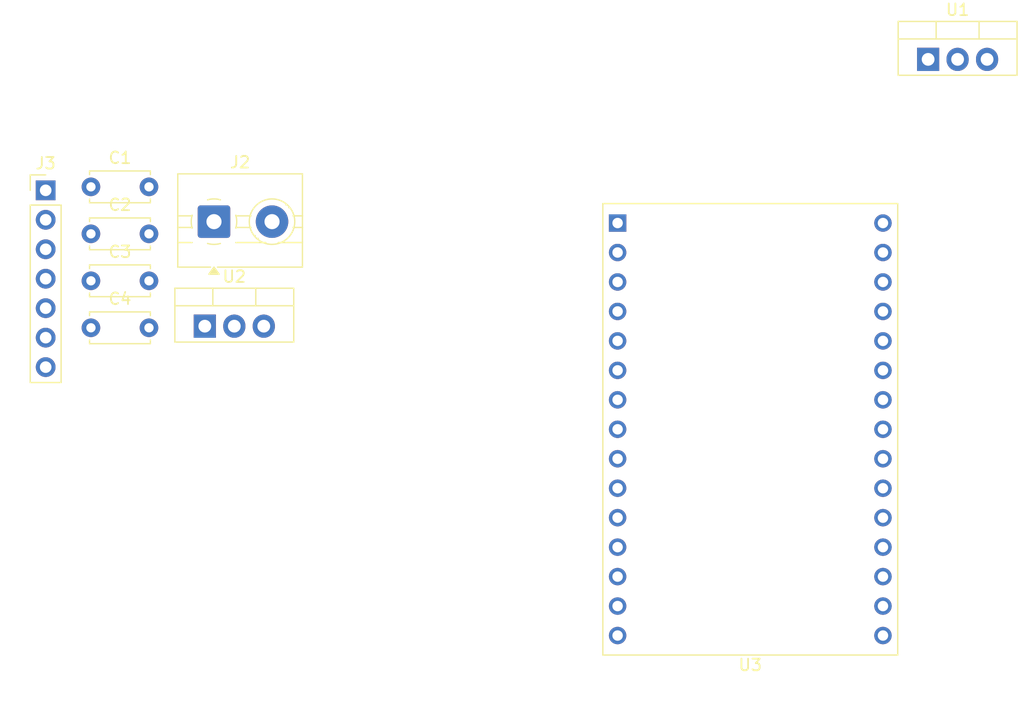
<source format=kicad_pcb>
(kicad_pcb (version 20240108) (generator "pcbnew") (generator_version "8.0")
  (layers (0 "F.Cu" signal) (31 "B.Cu" signal) (34 "B.Paste" user) (35 "F.Paste" user) (36 "B.SilkS" user "B.Silkscreen") (37 "F.SilkS" user "F.Silkscreen") (38 "B.Mask" user) (39 "F.Mask" user) (44 "Edge.Cuts" user))
  (net 0 "")
  (net 1 "+VDC")
  (net 2 "GND")
  (net 3 "+5V")
  (net 4 "+12V")
  (net 5 "RST")
  (net 19 "DIN")
  (net 20 "CS")
  (net 34 "+3.3V")
  (net 35 "DC")
  (net 36 "CLK")
  (footprint "RF_Module:ESP32-C3-DevKitM-1" (layer "F.Cu") (at 231.14 86.36)
    (property "Reference" "U3" (at 11.43 38.1 0) (layer "F.SilkS"))
    (property "Value" "ESP32-C3-DevKitM-1")
    (fp_line (start -1.27 -1.68) (end 24.13 -1.68) (stroke (width 0.12)) (layer "F.SilkS"))
    (fp_line (start -1.27 37.24) (end -1.27 -1.68) (stroke (width 0.12)) (layer "F.SilkS"))
    (fp_line (start 24.13 -1.68) (end 24.13 37.24) (stroke (width 0.12)) (layer "F.SilkS"))
    (fp_line (start 24.13 37.24) (end -1.27 37.24) (stroke (width 0.12)) (layer "F.SilkS"))
    (pad "1" thru_hole rect (at 0 0) (size 1.5 1.5) (drill 0.9) (layers "*.Cu" "*.Mask"))
    (pad "2" thru_hole circle (at 0 2.54) (size 1.5 1.5) (drill 0.9) (layers "*.Cu" "*.Mask"))
    (pad "3" thru_hole circle (at 0 5.08) (size 1.5 1.5) (drill 0.9) (layers "*.Cu" "*.Mask"))
    (pad "4" thru_hole circle (at 0 7.62) (size 1.5 1.5) (drill 0.9) (layers "*.Cu" "*.Mask"))
    (pad "5" thru_hole circle (at 0 10.16) (size 1.5 1.5) (drill 0.9) (layers "*.Cu" "*.Mask"))
    (pad "6" thru_hole circle (at 0 12.7) (size 1.5 1.5) (drill 0.9) (layers "*.Cu" "*.Mask"))
    (pad "7" thru_hole circle (at 0 15.24) (size 1.5 1.5) (drill 0.9) (layers "*.Cu" "*.Mask"))
    (pad "8" thru_hole circle (at 0 17.78) (size 1.5 1.5) (drill 0.9) (layers "*.Cu" "*.Mask"))
    (pad "9" thru_hole circle (at 0 20.32) (size 1.5 1.5) (drill 0.9) (layers "*.Cu" "*.Mask"))
    (pad "10" thru_hole circle (at 0 22.86) (size 1.5 1.5) (drill 0.9) (layers "*.Cu" "*.Mask"))
    (pad "11" thru_hole circle (at 0 25.4) (size 1.5 1.5) (drill 0.9) (layers "*.Cu" "*.Mask"))
    (pad "12" thru_hole circle (at 0 27.94) (size 1.5 1.5) (drill 0.9) (layers "*.Cu" "*.Mask"))
    (pad "13" thru_hole circle (at 0 30.48) (size 1.5 1.5) (drill 0.9) (layers "*.Cu" "*.Mask"))
    (pad "14" thru_hole circle (at 0 33.02) (size 1.5 1.5) (drill 0.9) (layers "*.Cu" "*.Mask") (net 2 "GND"))
    (pad "15" thru_hole circle (at 0 35.56) (size 1.5 1.5) (drill 0.9) (layers "*.Cu" "*.Mask") (net 3 "+5V"))
    (pad "16" thru_hole circle (at 22.86 35.56) (size 1.5 1.5) (drill 0.9) (layers "*.Cu" "*.Mask") (net 34 "+3.3V"))
    (pad "17" thru_hole circle (at 22.86 33.02) (size 1.5 1.5) (drill 0.9) (layers "*.Cu" "*.Mask") (net 2 "GND"))
    (pad "18" thru_hole circle (at 22.86 30.48) (size 1.5 1.5) (drill 0.9) (layers "*.Cu" "*.Mask"))
    (pad "19" thru_hole circle (at 22.86 27.94) (size 1.5 1.5) (drill 0.9) (layers "*.Cu" "*.Mask"))
    (pad "20" thru_hole circle (at 22.86 25.4) (size 1.5 1.5) (drill 0.9) (layers "*.Cu" "*.Mask"))
    (pad "21" thru_hole circle (at 22.86 22.86) (size 1.5 1.5) (drill 0.9) (layers "*.Cu" "*.Mask"))
    (pad "22" thru_hole circle (at 22.86 20.32) (size 1.5 1.5) (drill 0.9) (layers "*.Cu" "*.Mask"))
    (pad "23" thru_hole circle (at 22.86 17.78) (size 1.5 1.5) (drill 0.9) (layers "*.Cu" "*.Mask"))
    (pad "24" thru_hole circle (at 22.86 15.24) (size 1.5 1.5) (drill 0.9) (layers "*.Cu" "*.Mask"))
    (pad "25" thru_hole circle (at 22.86 12.7) (size 1.5 1.5) (drill 0.9) (layers "*.Cu" "*.Mask"))
    (pad "26" thru_hole circle (at 22.86 10.16) (size 1.5 1.5) (drill 0.9) (layers "*.Cu" "*.Mask"))
    (pad "27" thru_hole circle (at 22.86 7.62) (size 1.5 1.5) (drill 0.9) (layers "*.Cu" "*.Mask"))
    (pad "28" thru_hole circle (at 22.86 5.08) (size 1.5 1.5) (drill 0.9) (layers "*.Cu" "*.Mask"))
    (pad "29" thru_hole circle (at 22.86 2.54) (size 1.5 1.5) (drill 0.9) (layers "*.Cu" "*.Mask"))
    (pad "30" thru_hole circle (at 22.86 0) (size 1.5 1.5) (drill 0.9) (layers "*.Cu" "*.Mask"))
  )
  (footprint "Package_TO_SOT_THT:TO-220-3_Vertical" (layer "F.Cu") (at 257.89 72.25)
    (property "Reference" "U1" (at 2.54 -4.27 0) (layer "F.SilkS"))
    (property "Value" "LM7805_TO220")
    (fp_line (start -2.58 -3.27) (end -2.58 1.371) (stroke (width 0.12)) (layer "F.SilkS"))
    (fp_line (start -2.58 -3.27) (end 7.66 -3.27) (stroke (width 0.12)) (layer "F.SilkS"))
    (fp_line (start -2.58 -1.76) (end 7.66 -1.76) (stroke (width 0.12)) (layer "F.SilkS"))
    (fp_line (start -2.58 1.371) (end 7.66 1.371) (stroke (width 0.12)) (layer "F.SilkS"))
    (fp_line (start 0.69 -3.27) (end 0.69 -1.76) (stroke (width 0.12)) (layer "F.SilkS"))
    (fp_line (start 4.391 -3.27) (end 4.391 -1.76) (stroke (width 0.12)) (layer "F.SilkS"))
    (fp_line (start 7.66 -3.27) (end 7.66 1.371) (stroke (width 0.12)) (layer "F.SilkS"))
    (pad "1" thru_hole rect (at 0 0) (size 1.905 2) (drill 1.1) (layers "*.Cu" "*.Mask") (net 1 "+VDC"))
    (pad "2" thru_hole oval (at 2.54 0) (size 1.905 2) (drill 1.1) (layers "*.Cu" "*.Mask") (net 2 "GND"))
    (pad "3" thru_hole oval (at 5.08 0) (size 1.905 2) (drill 1.1) (layers "*.Cu" "*.Mask") (net 3 "+5V"))
  )
  (footprint "Capacitor_THT:C_Disc_D5.0mm_W2.5mm_P5.00mm" (layer "F.Cu") (at 185.77 95.39)
    (property "Reference" "C4" (at 2.5 -2.5 0) (layer "F.SilkS"))
    (property "Value" "0µ1")
    (fp_line (start -0.12 -1.37) (end -0.12 -1.055) (stroke (width 0.12)) (layer "F.SilkS"))
    (fp_line (start -0.12 -1.37) (end 5.12 -1.37) (stroke (width 0.12)) (layer "F.SilkS"))
    (fp_line (start -0.12 1.055) (end -0.12 1.37) (stroke (width 0.12)) (layer "F.SilkS"))
    (fp_line (start -0.12 1.37) (end 5.12 1.37) (stroke (width 0.12)) (layer "F.SilkS"))
    (fp_line (start 5.12 -1.37) (end 5.12 -1.055) (stroke (width 0.12)) (layer "F.SilkS"))
    (fp_line (start 5.12 1.055) (end 5.12 1.37) (stroke (width 0.12)) (layer "F.SilkS"))
    (pad "1" thru_hole circle (at 0 0) (size 1.6 1.6) (drill 0.8) (layers "*.Cu" "*.Mask") (net 4 "+12V"))
    (pad "2" thru_hole circle (at 5 0) (size 1.6 1.6) (drill 0.8) (layers "*.Cu" "*.Mask") (net 2 "GND"))
  )
  (footprint "TerminalBlock:TerminalBlock_MaiXu_MX126-5.0-02P_1x02_P5.00mm" (layer "F.Cu") (at 196.37 86.24)
    (property "Reference" "J2" (at 2.25 -5.12 0) (layer "F.SilkS"))
    (property "Value" "LED_OUT")
    (fp_line (start -3.12 -4.12) (end -3.12 3.92) (stroke (width 0.12)) (layer "F.SilkS"))
    (fp_line (start -3.12 -4.12) (end 7.62 -4.12) (stroke (width 0.12)) (layer "F.SilkS"))
    (fp_line (start -3.12 -0.5) (end -1.88 -0.5) (stroke (width 0.12)) (layer "F.SilkS"))
    (fp_line (start -3.12 0.5) (end -1.88 0.5) (stroke (width 0.12)) (layer "F.SilkS"))
    (fp_line (start -3.12 1.8) (end -1.88 1.8) (stroke (width 0.12)) (layer "F.SilkS"))
    (fp_line (start -3.12 3.92) (end -0.3 3.92) (stroke (width 0.12)) (layer "F.SilkS"))
    (fp_line (start 0.3 3.92) (end 7.62 3.92) (stroke (width 0.12)) (layer "F.SilkS"))
    (fp_line (start 1.88 -0.5) (end 3.188 -0.5) (stroke (width 0.12)) (layer "F.SilkS"))
    (fp_line (start 1.88 0.5) (end 3.188 0.5) (stroke (width 0.12)) (layer "F.SilkS"))
    (fp_line (start 1.88 1.8) (end 4.457 1.8) (stroke (width 0.12)) (layer "F.SilkS"))
    (fp_line (start 3.556 1.204) (end 3.513 1.247) (stroke (width 0.12)) (layer "F.SilkS"))
    (fp_line (start 3.795 1.443) (end 3.752 1.486) (stroke (width 0.12)) (layer "F.SilkS"))
    (fp_line (start 5.543 1.8) (end 7.62 1.8) (stroke (width 0.12)) (layer "F.SilkS"))
    (fp_line (start 6.247 -1.486) (end 6.204 -1.443) (stroke (width 0.12)) (layer "F.SilkS"))
    (fp_line (start 6.487 -1.247) (end 6.444 -1.204) (stroke (width 0.12)) (layer "F.SilkS"))
    (fp_line (start 6.812 -0.5) (end 7.62 -0.5) (stroke (width 0.12)) (layer "F.SilkS"))
    (fp_line (start 6.812 0.5) (end 7.62 0.5) (stroke (width 0.12)) (layer "F.SilkS"))
    (fp_line (start 7.62 -4.12) (end 7.62 3.92) (stroke (width 0.12)) (layer "F.SilkS"))
    (fp_arc (start -1.88 0.554) (mid -1.959928 -0.000246) (end -1.879861 -0.554472) (stroke (width 0.12)) (layer "F.SilkS"))
    (fp_arc (start -0.554 -1.88) (mid 0.000246 -1.959928) (end 0.554472 -1.879861) (stroke (width 0.12)) (layer "F.SilkS"))
    (fp_arc (start 0.554 1.88) (mid -0.000246 1.959928) (end -0.554472 1.879861) (stroke (width 0.12)) (layer "F.SilkS"))
    (fp_arc (start 1.88 -0.554) (mid 1.959928 0.000246) (end 1.879861 0.554472) (stroke (width 0.12)) (layer "F.SilkS"))
    (fp_circle (center 5 0) (end 6.96 0) (stroke (width 0.12)) (fill none) (layer "F.SilkS"))
    (fp_poly (pts (xy 0 3.92) (xy 0.44 4.53) (xy -0.44 4.53) (xy 0 3.92)) (stroke (width 0.12)) (fill solid) (layer "F.SilkS"))
    (pad "1" thru_hole roundrect (at 0 0) (size 2.8 2.8) (drill 1.3) (layers "*.Cu" "*.Mask") (roundrect_rratio 0.089286) (net 4 "+12V"))
    (pad "2" thru_hole circle (at 5 0) (size 2.8 2.8) (drill 1.3) (layers "*.Cu" "*.Mask") (net 2 "GND"))
  )
  (footprint "Capacitor_THT:C_Disc_D5.0mm_W2.5mm_P5.00mm" (layer "F.Cu") (at 185.77 91.34)
    (property "Reference" "C3" (at 2.5 -2.5 0) (layer "F.SilkS"))
    (property "Value" "0µ33")
    (fp_line (start -0.12 -1.37) (end -0.12 -1.055) (stroke (width 0.12)) (layer "F.SilkS"))
    (fp_line (start -0.12 -1.37) (end 5.12 -1.37) (stroke (width 0.12)) (layer "F.SilkS"))
    (fp_line (start -0.12 1.055) (end -0.12 1.37) (stroke (width 0.12)) (layer "F.SilkS"))
    (fp_line (start -0.12 1.37) (end 5.12 1.37) (stroke (width 0.12)) (layer "F.SilkS"))
    (fp_line (start 5.12 -1.37) (end 5.12 -1.055) (stroke (width 0.12)) (layer "F.SilkS"))
    (fp_line (start 5.12 1.055) (end 5.12 1.37) (stroke (width 0.12)) (layer "F.SilkS"))
    (pad "1" thru_hole circle (at 0 0) (size 1.6 1.6) (drill 0.8) (layers "*.Cu" "*.Mask") (net 1 "+VDC"))
    (pad "2" thru_hole circle (at 5 0) (size 1.6 1.6) (drill 0.8) (layers "*.Cu" "*.Mask") (net 2 "GND"))
  )
  (footprint "Capacitor_THT:C_Disc_D5.0mm_W2.5mm_P5.00mm" (layer "F.Cu") (at 185.77 83.24)
    (property "Reference" "C1" (at 2.5 -2.5 0) (layer "F.SilkS"))
    (property "Value" "0µ33")
    (fp_line (start -0.12 -1.37) (end -0.12 -1.055) (stroke (width 0.12)) (layer "F.SilkS"))
    (fp_line (start -0.12 -1.37) (end 5.12 -1.37) (stroke (width 0.12)) (layer "F.SilkS"))
    (fp_line (start -0.12 1.055) (end -0.12 1.37) (stroke (width 0.12)) (layer "F.SilkS"))
    (fp_line (start -0.12 1.37) (end 5.12 1.37) (stroke (width 0.12)) (layer "F.SilkS"))
    (fp_line (start 5.12 -1.37) (end 5.12 -1.055) (stroke (width 0.12)) (layer "F.SilkS"))
    (fp_line (start 5.12 1.055) (end 5.12 1.37) (stroke (width 0.12)) (layer "F.SilkS"))
    (pad "1" thru_hole circle (at 0 0) (size 1.6 1.6) (drill 0.8) (layers "*.Cu" "*.Mask") (net 1 "+VDC"))
    (pad "2" thru_hole circle (at 5 0) (size 1.6 1.6) (drill 0.8) (layers "*.Cu" "*.Mask") (net 2 "GND"))
  )
  (footprint "Package_TO_SOT_THT:TO-220-3_Vertical" (layer "F.Cu") (at 195.58 95.25)
    (property "Reference" "U2" (at 2.54 -4.27 0) (layer "F.SilkS"))
    (property "Value" "LM7812_TO220")
    (fp_line (start -2.58 -3.27) (end -2.58 1.371) (stroke (width 0.12)) (layer "F.SilkS"))
    (fp_line (start -2.58 -3.27) (end 7.66 -3.27) (stroke (width 0.12)) (layer "F.SilkS"))
    (fp_line (start -2.58 -1.76) (end 7.66 -1.76) (stroke (width 0.12)) (layer "F.SilkS"))
    (fp_line (start -2.58 1.371) (end 7.66 1.371) (stroke (width 0.12)) (layer "F.SilkS"))
    (fp_line (start 0.69 -3.27) (end 0.69 -1.76) (stroke (width 0.12)) (layer "F.SilkS"))
    (fp_line (start 4.391 -3.27) (end 4.391 -1.76) (stroke (width 0.12)) (layer "F.SilkS"))
    (fp_line (start 7.66 -3.27) (end 7.66 1.371) (stroke (width 0.12)) (layer "F.SilkS"))
    (pad "1" thru_hole rect (at 0 0) (size 1.905 2) (drill 1.1) (layers "*.Cu" "*.Mask") (net 1 "+VDC"))
    (pad "2" thru_hole oval (at 2.54 0) (size 1.905 2) (drill 1.1) (layers "*.Cu" "*.Mask") (net 2 "GND"))
    (pad "3" thru_hole oval (at 5.08 0) (size 1.905 2) (drill 1.1) (layers "*.Cu" "*.Mask") (net 4 "+12V"))
  )
  (footprint "Capacitor_THT:C_Disc_D5.0mm_W2.5mm_P5.00mm" (layer "F.Cu") (at 185.77 87.29)
    (property "Reference" "C2" (at 2.5 -2.5 0) (layer "F.SilkS"))
    (property "Value" "0µ1")
    (fp_line (start -0.12 -1.37) (end -0.12 -1.055) (stroke (width 0.12)) (layer "F.SilkS"))
    (fp_line (start -0.12 -1.37) (end 5.12 -1.37) (stroke (width 0.12)) (layer "F.SilkS"))
    (fp_line (start -0.12 1.055) (end -0.12 1.37) (stroke (width 0.12)) (layer "F.SilkS"))
    (fp_line (start -0.12 1.37) (end 5.12 1.37) (stroke (width 0.12)) (layer "F.SilkS"))
    (fp_line (start 5.12 -1.37) (end 5.12 -1.055) (stroke (width 0.12)) (layer "F.SilkS"))
    (fp_line (start 5.12 1.055) (end 5.12 1.37) (stroke (width 0.12)) (layer "F.SilkS"))
    (pad "1" thru_hole circle (at 0 0) (size 1.6 1.6) (drill 0.8) (layers "*.Cu" "*.Mask") (net 3 "+5V"))
    (pad "2" thru_hole circle (at 5 0) (size 1.6 1.6) (drill 0.8) (layers "*.Cu" "*.Mask") (net 2 "GND"))
  )
  (footprint "Connector_PinHeader_2.54mm:PinHeader_1x07_P2.54mm_Vertical" (layer "F.Cu") (at 181.87 83.54)
    (property "Reference" "J3" (at 0 -2.33 0) (layer "F.SilkS"))
    (property "Value" "OLED_pins")
    (fp_line (start -1.33 -1.33) (end 0 -1.33) (stroke (width 0.12)) (layer "F.SilkS"))
    (fp_line (start -1.33 0) (end -1.33 -1.33) (stroke (width 0.12)) (layer "F.SilkS"))
    (fp_line (start -1.33 1.27) (end -1.33 16.57) (stroke (width 0.12)) (layer "F.SilkS"))
    (fp_line (start -1.33 1.27) (end 1.33 1.27) (stroke (width 0.12)) (layer "F.SilkS"))
    (fp_line (start -1.33 16.57) (end 1.33 16.57) (stroke (width 0.12)) (layer "F.SilkS"))
    (fp_line (start 1.33 1.27) (end 1.33 16.57) (stroke (width 0.12)) (layer "F.SilkS"))
    (pad "1" thru_hole rect (at 0 0) (size 1.7 1.7) (drill 1) (layers "*.Cu" "*.Mask") (net 5 "RST"))
    (pad "2" thru_hole oval (at 0 2.54) (size 1.7 1.7) (drill 1) (layers "*.Cu" "*.Mask") (net 35 "DC"))
    (pad "3" thru_hole oval (at 0 5.08) (size 1.7 1.7) (drill 1) (layers "*.Cu" "*.Mask") (net 20 "CS"))
    (pad "4" thru_hole oval (at 0 7.62) (size 1.7 1.7) (drill 1) (layers "*.Cu" "*.Mask") (net 36 "CLK"))
    (pad "5" thru_hole oval (at 0 10.16) (size 1.7 1.7) (drill 1) (layers "*.Cu" "*.Mask") (net 19 "DIN"))
    (pad "6" thru_hole oval (at 0 12.7) (size 1.7 1.7) (drill 1) (layers "*.Cu" "*.Mask") (net 2 "GND"))
    (pad "7" thru_hole oval (at 0 15.24) (size 1.7 1.7) (drill 1) (layers "*.Cu" "*.Mask") (net 34 "+3.3V"))
  )
)
</source>
